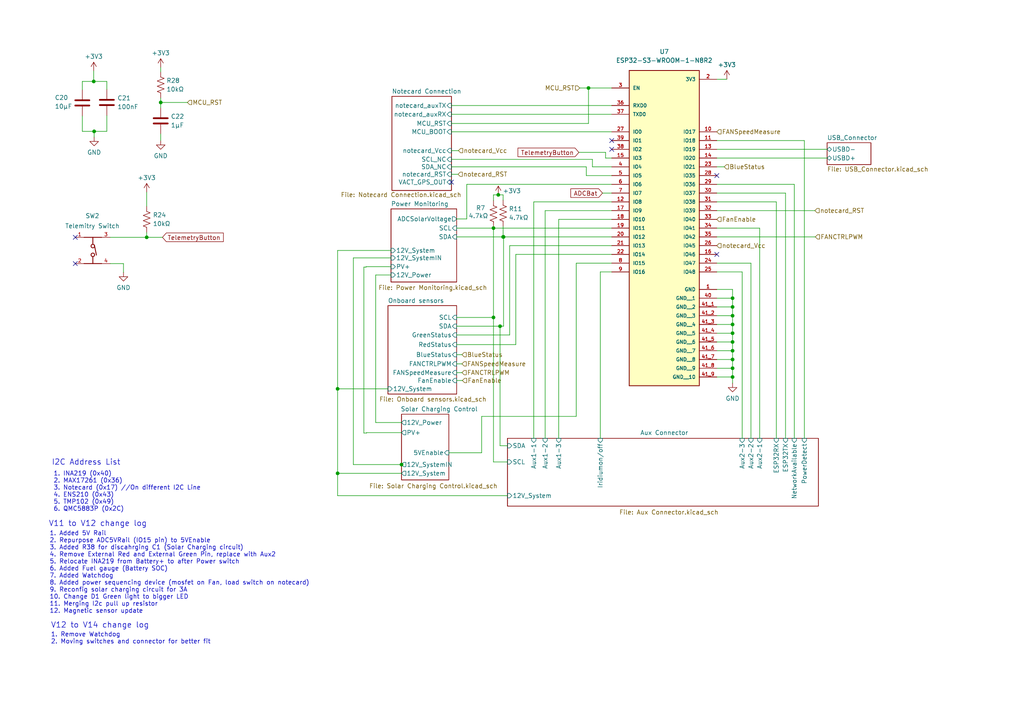
<source format=kicad_sch>
(kicad_sch (version 20230121) (generator eeschema)
  (paper "A4")
  (lib_symbols
    (symbol "430182043816:430182043816" (pin_names (offset 1.016))
      (property "Reference" "S" (at 0 5.842 0))
      (property "Value" "430182043816" (at 0 -5.08 0))
      (symbol "430182043816_0_0"
        (polyline (pts (xy 0 -2.54) (xy 0 -0.635)) (stroke (width 0.254)))
        (polyline (pts (xy 0 3.175) (xy 0 5.08)) (stroke (width 0.254)))
        (polyline (pts (xy 0.47 2.74) (xy 1.04 -0.07)) (stroke (width 0.254)))
        (polyline (pts (xy 2.54 -2.54) (xy -2.54 -2.54)) (stroke (width 0.254)))
        (polyline (pts (xy 2.54 5.08) (xy -2.54 5.08)) (stroke (width 0.254)))
        (circle (center 0 0) (radius 0.508) (stroke (width 0.254)))
        (circle (center 0 2.54) (radius 0.508) (stroke (width 0.254)))
        (pin passive line (at -5.08 5.08 0) (length 2.54) (name "~") (number "1"))
        (pin passive line (at -5.08 -2.54 0) (length 2.54) (name "~") (number "2"))
        (pin passive line (at 5.08 5.08 180) (length 2.54) (name "~") (number "3"))
        (pin passive line (at 5.08 -2.54 180) (length 2.54) (name "~") (number "4"))
      )
    )
    (symbol "Device:C" (pin_numbers hide) (pin_names (offset 0.254))
      (property "Reference" "C" (at 0.635 2.54 0))
      (property "Value" "C" (at 0.635 -2.54 0))
      (symbol "C_0_1"
        (polyline (pts (xy -2.032 -0.762) (xy 2.032 -0.762)) (stroke (width 0.508)))
        (polyline (pts (xy -2.032 0.762) (xy 2.032 0.762)) (stroke (width 0.508)))
      )
      (symbol "C_1_1"
        (pin passive line (at 0 3.81 270) (length 2.794) (name "~") (number "1"))
        (pin passive line (at 0 -3.81 90) (length 2.794) (name "~") (number "2"))
      )
    )
    (symbol "Device:R_US" (pin_numbers hide) (pin_names (offset 0))
      (property "Reference" "R" (at 2.54 0 90))
      (property "Value" "R_US" (at -2.54 0 90))
      (symbol "R_US_0_1"
        (polyline (pts (xy 0 -2.286) (xy 0 -2.54)))
        (polyline (pts (xy 0 2.286) (xy 0 2.54)))
        (polyline (pts (xy 0 -0.762) (xy 1.016 -1.143) (xy 0 -1.524) (xy -1.016 -1.905) (xy 0 -2.286)))
        (polyline (pts (xy 0 0.762) (xy 1.016 0.381) (xy 0 0) (xy -1.016 -0.381) (xy 0 -0.762)))
        (polyline (pts (xy 0 2.286) (xy 1.016 1.905) (xy 0 1.524) (xy -1.016 1.143) (xy 0 0.762)))
      )
      (symbol "R_US_1_1"
        (pin passive line (at 0 3.81 270) (length 1.27) (name "~") (number "1"))
        (pin passive line (at 0 -3.81 90) (length 1.27) (name "~") (number "2"))
      )
    )
    (symbol "ESP32-S3-WROOM-1-N8R2:ESP32-S3-WROOM-1-N8R2" (pin_names (offset 1.016))
      (property "Reference" "U" (at -10.16 34.1122 0))
      (property "Value" "ESP32-S3-WROOM-1-N8R2" (at -10.16 -60.96 0))
      (symbol "ESP32-S3-WROOM-1-N8R2_0_0"
        (rectangle (start -10.16 -58.42) (end 10.16 33.02) (stroke (width 0.254)) (fill (type background)))
        (pin power_in line (at 15.24 -30.48 180) (length 5.08) (name "GND") (number "1"))
        (pin bidirectional line (at 15.24 15.24 180) (length 5.08) (name "IO17") (number "10"))
        (pin bidirectional line (at 15.24 12.7 180) (length 5.08) (name "IO18") (number "11"))
        (pin bidirectional line (at -15.24 -5.08 0) (length 5.08) (name "IO8") (number "12"))
        (pin bidirectional line (at 15.24 10.16 180) (length 5.08) (name "IO19") (number "13"))
        (pin bidirectional line (at 15.24 7.62 180) (length 5.08) (name "IO20") (number "14"))
        (pin bidirectional line (at -15.24 7.62 0) (length 5.08) (name "IO3") (number "15"))
        (pin bidirectional line (at 15.24 -20.32 180) (length 5.08) (name "IO46") (number "16"))
        (pin bidirectional line (at -15.24 -7.62 0) (length 5.08) (name "IO9") (number "17"))
        (pin bidirectional line (at -15.24 -10.16 0) (length 5.08) (name "IO10") (number "18"))
        (pin bidirectional line (at -15.24 -12.7 0) (length 5.08) (name "IO11") (number "19"))
        (pin power_in line (at 15.24 30.48 180) (length 5.08) (name "3V3") (number "2"))
        (pin bidirectional line (at -15.24 -15.24 0) (length 5.08) (name "IO12") (number "20"))
        (pin bidirectional line (at -15.24 -17.78 0) (length 5.08) (name "IO13") (number "21"))
        (pin bidirectional line (at -15.24 -20.32 0) (length 5.08) (name "IO14") (number "22"))
        (pin bidirectional line (at 15.24 5.08 180) (length 5.08) (name "IO21") (number "23"))
        (pin bidirectional line (at 15.24 -22.86 180) (length 5.08) (name "IO47") (number "24"))
        (pin bidirectional line (at 15.24 -25.4 180) (length 5.08) (name "IO48") (number "25"))
        (pin bidirectional line (at 15.24 -17.78 180) (length 5.08) (name "IO45") (number "26"))
        (pin bidirectional line (at -15.24 15.24 0) (length 5.08) (name "IO0") (number "27"))
        (pin bidirectional line (at 15.24 2.54 180) (length 5.08) (name "IO35") (number "28"))
        (pin bidirectional line (at 15.24 0 180) (length 5.08) (name "IO36") (number "29"))
        (pin input line (at -15.24 27.94 0) (length 5.08) (name "EN") (number "3"))
        (pin bidirectional line (at 15.24 -2.54 180) (length 5.08) (name "IO37") (number "30"))
        (pin bidirectional line (at 15.24 -5.08 180) (length 5.08) (name "IO38") (number "31"))
        (pin bidirectional line (at 15.24 -7.62 180) (length 5.08) (name "IO39") (number "32"))
        (pin bidirectional line (at 15.24 -10.16 180) (length 5.08) (name "IO40") (number "33"))
        (pin bidirectional line (at 15.24 -12.7 180) (length 5.08) (name "IO41") (number "34"))
        (pin bidirectional line (at 15.24 -15.24 180) (length 5.08) (name "IO42") (number "35"))
        (pin bidirectional line (at -15.24 22.86 0) (length 5.08) (name "RXD0") (number "36"))
        (pin bidirectional line (at -15.24 20.32 0) (length 5.08) (name "TXD0") (number "37"))
        (pin bidirectional line (at -15.24 10.16 0) (length 5.08) (name "IO2") (number "38"))
        (pin bidirectional line (at -15.24 12.7 0) (length 5.08) (name "IO1") (number "39"))
        (pin bidirectional line (at -15.24 5.08 0) (length 5.08) (name "IO4") (number "4"))
        (pin power_in line (at 15.24 -33.02 180) (length 5.08) (name "GND__1") (number "40"))
        (pin power_in line (at 15.24 -35.56 180) (length 5.08) (name "GND__2") (number "41_1"))
        (pin power_in line (at 15.24 -38.1 180) (length 5.08) (name "GND__3") (number "41_2"))
        (pin power_in line (at 15.24 -40.64 180) (length 5.08) (name "GND__4") (number "41_3"))
        (pin power_in line (at 15.24 -43.18 180) (length 5.08) (name "GND__5") (number "41_4"))
        (pin power_in line (at 15.24 -45.72 180) (length 5.08) (name "GND__6") (number "41_5"))
        (pin power_in line (at 15.24 -48.26 180) (length 5.08) (name "GND__7") (number "41_6"))
        (pin power_in line (at 15.24 -50.8 180) (length 5.08) (name "GND__8") (number "41_7"))
        (pin power_in line (at 15.24 -53.34 180) (length 5.08) (name "GND__9") (number "41_8"))
        (pin power_in line (at 15.24 -55.88 180) (length 5.08) (name "GND__10") (number "41_9"))
        (pin bidirectional line (at -15.24 2.54 0) (length 5.08) (name "IO5") (number "5"))
        (pin bidirectional line (at -15.24 0 0) (length 5.08) (name "IO6") (number "6"))
        (pin bidirectional line (at -15.24 -2.54 0) (length 5.08) (name "IO7") (number "7"))
        (pin bidirectional line (at -15.24 -22.86 0) (length 5.08) (name "IO15") (number "8"))
        (pin bidirectional line (at -15.24 -25.4 0) (length 5.08) (name "IO16") (number "9"))
      )
    )
    (symbol "power:+3V3" (power) (pin_names (offset 0))
      (property "Value" "+3V3" (at 0 3.556 0))
      (symbol "+3V3_0_1"
        (polyline (pts (xy -0.762 1.27) (xy 0 2.54)))
        (polyline (pts (xy 0 0) (xy 0 2.54)))
        (polyline (pts (xy 0 2.54) (xy 0.762 1.27)))
      )
      (symbol "+3V3_1_1"
        (pin power_in line (at 0 0 90) (length 0) hide (name "+3V3") (number "1"))
      )
    )
    (symbol "power:GND" (power) (pin_names (offset 0))
      (property "Value" "GND" (at 0 -3.81 0))
      (symbol "GND_0_1"
        (polyline (pts (xy 0 0) (xy 0 -1.27) (xy 1.27 -1.27) (xy 0 -2.54) (xy -1.27 -1.27) (xy 0 -1.27)))
      )
      (symbol "GND_1_1"
        (pin power_in line (at 0 0 270) (length 0) hide (name "GND") (number "1"))
      )
    )
  )
  (junction (at 212.471 104.267))
  (junction (at 212.471 94.107))
  (junction (at 97.917 112.776))
  (junction (at 143.129 92.075))
  (junction (at 212.471 99.187))
  (junction (at 212.471 86.487))
  (junction (at 212.471 89.027))
  (junction (at 145.923 68.707))
  (junction (at 146.05 68.707))
  (junction (at 212.471 106.807))
  (junction (at 116.459 134.747))
  (junction (at 212.471 109.347))
  (junction (at 212.471 101.727))
  (junction (at 170.688 25.527))
  (junction (at 27.178 23.622))
  (junction (at 144.526 56.515))
  (junction (at 97.917 137.287))
  (junction (at 212.471 96.647))
  (junction (at 212.471 91.567))
  (junction (at 143.129 66.167))
  (junction (at 145.034 94.615))
  (junction (at 42.545 68.834))
  (junction (at 27.305 38.1))
  (junction (at 46.609 29.718))
  (no_connect (at 177.419 43.307))
  (no_connect (at 207.899 73.787))
  (no_connect (at 207.899 50.927))
  (no_connect (at 21.844 68.834))
  (no_connect (at 177.419 40.767))
  (no_connect (at 21.844 76.454))
  (no_connect (at 130.937 52.832))
  (wire (pts (xy 145.034 94.615) (xy 132.461 94.615)))
  (wire (pts (xy 207.899 48.387) (xy 210.058 48.387)))
  (wire (pts (xy 212.471 86.487) (xy 212.471 89.027)))
  (wire (pts (xy 97.917 112.776) (xy 112.522 112.776)))
  (wire (pts (xy 46.609 29.718) (xy 54.356 29.718)))
  (wire (pts (xy 130.937 33.147) (xy 177.419 33.147)))
  (wire (pts (xy 135.382 63.5) (xy 132.461 63.5)))
  (wire (pts (xy 207.899 96.647) (xy 212.471 96.647)))
  (wire (pts (xy 171.831 48.387) (xy 177.419 48.387)))
  (wire (pts (xy 145.923 68.707) (xy 146.05 68.707)))
  (wire (pts (xy 105.537 125.603) (xy 105.537 77.47)))
  (wire (pts (xy 146.05 94.615) (xy 145.034 94.615)))
  (wire (pts (xy 212.471 106.807) (xy 207.899 106.807)))
  (wire (pts (xy 135.382 53.467) (xy 135.382 63.5)))
  (wire (pts (xy 108.966 79.756) (xy 108.966 122.555)))
  (wire (pts (xy 106.299 125.476) (xy 116.459 125.476)))
  (wire (pts (xy 130.937 35.814) (xy 170.688 35.814)))
  (wire (pts (xy 162.052 127.127) (xy 162.052 63.627)))
  (wire (pts (xy 106.172 77.343) (xy 113.411 77.343)))
  (wire (pts (xy 106.299 125.603) (xy 105.537 125.603)))
  (wire (pts (xy 167.132 120.777) (xy 139.7 120.777)))
  (wire (pts (xy 46.609 38.862) (xy 46.609 40.767)))
  (wire (pts (xy 97.917 112.776) (xy 97.917 137.287)))
  (wire (pts (xy 144.526 56.515) (xy 145.923 56.515)))
  (wire (pts (xy 143.129 66.167) (xy 177.419 66.167)))
  (wire (pts (xy 174.752 56.007) (xy 177.419 56.007)))
  (wire (pts (xy 146.05 68.707) (xy 177.419 68.707)))
  (wire (pts (xy 130.937 48.387) (xy 170.053 48.387)))
  (wire (pts (xy 97.917 72.644) (xy 113.411 72.644)))
  (wire (pts (xy 42.545 68.834) (xy 47.117 68.834)))
  (wire (pts (xy 106.299 125.603) (xy 106.299 125.476)))
  (wire (pts (xy 132.461 110.363) (xy 134.112 110.363)))
  (wire (pts (xy 154.813 58.547) (xy 154.813 127.127)))
  (wire (pts (xy 233.299 40.767) (xy 233.299 127.127)))
  (wire (pts (xy 177.419 61.087) (xy 158.115 61.087)))
  (wire (pts (xy 227.838 127.127) (xy 227.838 56.007)))
  (wire (pts (xy 132.461 99.949) (xy 149.606 99.949)))
  (wire (pts (xy 212.471 104.267) (xy 212.471 106.807)))
  (wire (pts (xy 236.347 61.087) (xy 207.899 61.087)))
  (wire (pts (xy 42.545 55.753) (xy 42.545 59.817)))
  (wire (pts (xy 32.004 76.454) (xy 35.814 76.454)))
  (wire (pts (xy 212.471 96.647) (xy 212.471 99.187)))
  (wire (pts (xy 27.178 23.622) (xy 27.178 20.574)))
  (wire (pts (xy 42.545 68.834) (xy 32.004 68.834)))
  (wire (pts (xy 171.831 46.228) (xy 171.831 48.387)))
  (wire (pts (xy 212.471 99.187) (xy 212.471 101.727)))
  (wire (pts (xy 132.461 68.707) (xy 145.923 68.707)))
  (wire (pts (xy 27.305 38.1) (xy 27.305 39.751)))
  (wire (pts (xy 102.489 134.747) (xy 102.489 74.803)))
  (wire (pts (xy 207.899 83.947) (xy 212.471 83.947)))
  (wire (pts (xy 23.876 23.622) (xy 27.178 23.622)))
  (wire (pts (xy 177.419 58.547) (xy 154.813 58.547)))
  (wire (pts (xy 23.876 38.1) (xy 27.305 38.1)))
  (wire (pts (xy 236.474 68.707) (xy 207.899 68.707)))
  (wire (pts (xy 168.148 25.527) (xy 170.688 25.527)))
  (wire (pts (xy 149.606 73.787) (xy 177.419 73.787)))
  (wire (pts (xy 105.537 77.47) (xy 106.172 77.47)))
  (wire (pts (xy 207.899 101.727) (xy 212.471 101.727)))
  (wire (pts (xy 132.461 97.155) (xy 147.828 97.155)))
  (wire (pts (xy 116.459 134.747) (xy 102.489 134.747)))
  (wire (pts (xy 144.526 56.515) (xy 143.129 56.515)))
  (wire (pts (xy 170.053 50.927) (xy 177.419 50.927)))
  (wire (pts (xy 146.05 68.707) (xy 146.05 94.615)))
  (wire (pts (xy 145.034 129.286) (xy 147.193 129.286)))
  (wire (pts (xy 207.899 86.487) (xy 212.471 86.487)))
  (wire (pts (xy 97.917 137.287) (xy 116.459 137.287)))
  (wire (pts (xy 177.419 71.247) (xy 147.828 71.247)))
  (wire (pts (xy 116.586 134.747) (xy 116.459 134.747)))
  (wire (pts (xy 35.814 76.454) (xy 35.814 78.994)))
  (wire (pts (xy 215.265 78.867) (xy 207.899 78.867)))
  (wire (pts (xy 207.899 89.027) (xy 212.471 89.027)))
  (wire (pts (xy 207.899 58.547) (xy 225.171 58.547)))
  (wire (pts (xy 143.129 92.075) (xy 143.129 133.985)))
  (wire (pts (xy 23.876 33.655) (xy 23.876 38.1)))
  (wire (pts (xy 175.641 45.847) (xy 177.419 45.847)))
  (wire (pts (xy 225.171 58.547) (xy 225.171 127.127)))
  (wire (pts (xy 230.378 53.467) (xy 230.378 127.127)))
  (wire (pts (xy 158.115 61.087) (xy 158.115 127.127)))
  (wire (pts (xy 217.805 127.127) (xy 217.805 76.327)))
  (wire (pts (xy 207.899 66.167) (xy 220.345 66.167)))
  (wire (pts (xy 212.471 83.947) (xy 212.471 86.487)))
  (wire (pts (xy 167.894 44.196) (xy 175.641 44.196)))
  (wire (pts (xy 23.876 26.035) (xy 23.876 23.622)))
  (wire (pts (xy 212.471 91.567) (xy 212.471 94.107)))
  (wire (pts (xy 139.7 120.777) (xy 139.7 131.318)))
  (wire (pts (xy 130.937 43.688) (xy 132.969 43.688)))
  (wire (pts (xy 175.641 44.196) (xy 175.641 45.847)))
  (wire (pts (xy 207.899 40.767) (xy 233.299 40.767)))
  (wire (pts (xy 212.471 109.347) (xy 212.471 106.807)))
  (wire (pts (xy 30.988 23.622) (xy 30.988 25.908)))
  (wire (pts (xy 207.899 104.267) (xy 212.471 104.267)))
  (wire (pts (xy 145.923 56.515) (xy 145.923 58.039)))
  (wire (pts (xy 46.609 29.718) (xy 46.609 31.242)))
  (wire (pts (xy 207.899 43.307) (xy 239.903 43.307)))
  (wire (pts (xy 149.606 99.949) (xy 149.606 73.787)))
  (wire (pts (xy 97.917 72.644) (xy 97.917 112.776)))
  (wire (pts (xy 108.966 122.555) (xy 116.459 122.555)))
  (wire (pts (xy 170.053 48.387) (xy 170.053 50.927)))
  (wire (pts (xy 207.899 109.347) (xy 212.471 109.347)))
  (wire (pts (xy 212.471 89.027) (xy 212.471 91.567)))
  (wire (pts (xy 97.917 143.764) (xy 147.193 143.764)))
  (wire (pts (xy 135.382 53.467) (xy 177.419 53.467)))
  (wire (pts (xy 143.129 66.167) (xy 132.461 66.167)))
  (wire (pts (xy 27.178 23.622) (xy 30.988 23.622)))
  (wire (pts (xy 143.129 65.786) (xy 143.129 66.167)))
  (wire (pts (xy 132.461 102.87) (xy 133.985 102.87)))
  (wire (pts (xy 143.129 56.515) (xy 143.129 58.166)))
  (wire (pts (xy 170.688 25.527) (xy 170.688 35.814)))
  (wire (pts (xy 212.471 94.107) (xy 212.471 96.647)))
  (wire (pts (xy 130.937 50.546) (xy 132.842 50.546)))
  (wire (pts (xy 130.937 46.228) (xy 171.831 46.228)))
  (wire (pts (xy 177.419 76.327) (xy 167.132 76.327)))
  (wire (pts (xy 147.828 71.247) (xy 147.828 97.155)))
  (wire (pts (xy 46.609 19.558) (xy 46.609 20.828)))
  (wire (pts (xy 207.899 91.567) (xy 212.471 91.567)))
  (wire (pts (xy 212.471 101.727) (xy 212.471 104.267)))
  (wire (pts (xy 227.838 56.007) (xy 207.899 56.007)))
  (wire (pts (xy 207.899 45.847) (xy 239.903 45.847)))
  (wire (pts (xy 113.411 79.756) (xy 108.966 79.756)))
  (wire (pts (xy 145.034 94.615) (xy 145.034 129.286)))
  (wire (pts (xy 132.461 105.537) (xy 133.985 105.537)))
  (wire (pts (xy 106.172 77.47) (xy 106.172 77.343)))
  (wire (pts (xy 207.899 53.467) (xy 230.378 53.467)))
  (wire (pts (xy 97.917 137.287) (xy 97.917 143.764)))
  (wire (pts (xy 220.345 66.167) (xy 220.345 127.127)))
  (wire (pts (xy 102.489 74.803) (xy 113.411 74.803)))
  (wire (pts (xy 46.609 28.448) (xy 46.609 29.718)))
  (wire (pts (xy 145.923 65.659) (xy 145.923 68.707)))
  (wire (pts (xy 132.461 108.077) (xy 133.985 108.077)))
  (wire (pts (xy 42.545 67.437) (xy 42.545 68.834)))
  (wire (pts (xy 170.688 25.527) (xy 177.419 25.527)))
  (wire (pts (xy 130.937 38.227) (xy 177.419 38.227)))
  (wire (pts (xy 30.988 38.1) (xy 30.988 33.528)))
  (wire (pts (xy 207.899 94.107) (xy 212.471 94.107)))
  (wire (pts (xy 215.265 78.867) (xy 215.265 127.127)))
  (wire (pts (xy 207.899 22.987) (xy 210.82 22.987)))
  (wire (pts (xy 174.117 78.867) (xy 174.117 127.127)))
  (wire (pts (xy 167.132 76.327) (xy 167.132 120.777)))
  (wire (pts (xy 217.805 76.327) (xy 207.899 76.327)))
  (wire (pts (xy 130.937 30.607) (xy 177.419 30.607)))
  (wire (pts (xy 177.419 78.867) (xy 174.117 78.867)))
  (wire (pts (xy 207.899 99.187) (xy 212.471 99.187)))
  (wire (pts (xy 143.129 133.985) (xy 147.193 133.985)))
  (wire (pts (xy 212.471 109.347) (xy 212.471 111.125)))
  (wire (pts (xy 139.7 131.318) (xy 130.175 131.318)))
  (wire (pts (xy 162.052 63.627) (xy 177.419 63.627)))
  (wire (pts (xy 132.461 92.075) (xy 143.129 92.075)))
  (wire (pts (xy 143.129 66.167) (xy 143.129 92.075)))
  (wire (pts (xy 27.305 38.1) (xy 30.988 38.1)))
  (text "1. INA219 (0x40)\n2. MAX17261 (0x36)\n3. Notecard (0x17) //On different I2C Line\n4. ENS210 (0x43)\n5. TMP102 (0x49)\n6. QMC5883P (0x2C)\n" (at 15.494 148.463 0) (effects (font (size 1.27 1.27)) (justify left bottom)))
  (text "1. Added 5V Rail\n2. Repurpose ADC5VRail (IO15 pin) to 5VEnable \n3. Added R38 for discahrging C1 (Solar Charging circuit)\n4. Remove External Red and External Green Pin, replace with Aux2\n5. Relocate INA219 from Battery+ to after Power switch\n6. Added Fuel gauge (Battery SOC)\n7. Added Watchdog\n8. Added power sequencing device (mosfet on Fan, load switch on notecard)\n9. Reconfig solar charging circuit for 3A\n10. Change D1 Green light to bigger LED\n11. Merging I2c pull up resistor\n12. Magnetic sensor update\n" (at 14.351 178.054 0) (effects (font (size 1.27 1.27)) (justify left bottom)))
  (text "V11 to V12 change log" (at 14.097 152.908 0) (effects (font (size 1.6 1.6)) (justify left bottom)))
  (text "V12 to V14 change log" (at 14.732 182.372 0) (effects (font (size 1.6 1.6)) (justify left bottom)))
  (text "I2C Address List" (at 14.986 135.128 0) (effects (font (size 1.6 1.6)) (justify left bottom)))
  (text "1. Remove Watchdog\n2. Moving switches and connector for better fit" (at 14.732 186.944 0) (effects (font (size 1.27 1.27)) (justify left bottom)))
  (global_label "ADCBat" (shape input) (at 174.752 56.007 180) (property "Intersheetrefs" "${INTERSHEET_REFS}" (effects hide)))
  (global_label "TelemetryButton" (shape input) (at 167.894 44.196 180) (property "Intersheetrefs" "${INTERSHEET_REFS}" (effects hide)))
  (global_label "TelemetryButton" (shape input) (at 47.117 68.834 0) (property "Intersheetrefs" "${INTERSHEET_REFS}" (effects hide)))
  (hierarchical_label "FANCTRLPWM" (shape input) (at 236.474 68.707 0))
  (hierarchical_label "notecard_RST" (shape input) (at 132.842 50.546 0))
  (hierarchical_label "MCU_RST" (shape input) (at 54.356 29.718 0))
  (hierarchical_label "notecard_Vcc" (shape input) (at 132.969 43.688 0))
  (hierarchical_label "FANSpeedMeasure" (shape input) (at 133.985 105.537 0))
  (hierarchical_label "BlueStatus" (shape input) (at 210.058 48.387 0))
  (hierarchical_label "BlueStatus" (shape input) (at 133.985 102.87 0))
  (hierarchical_label "notecard_Vcc" (shape input) (at 207.899 71.247 0))
  (hierarchical_label "FANCTRLPWM" (shape input) (at 133.985 108.077 0))
  (hierarchical_label "notecard_RST" (shape input) (at 236.347 61.087 0))
  (hierarchical_label "FanEnable" (shape input) (at 134.112 110.363 0))
  (hierarchical_label "FANSpeedMeasure" (shape input) (at 207.899 38.227 0))
  (hierarchical_label "MCU_RST" (shape input) (at 168.148 25.527 180))
  (hierarchical_label "FanEnable" (shape input) (at 207.899 63.627 0))
  (symbol (lib_id "ESP32-S3-WROOM-1-N8R2:ESP32-S3-WROOM-1-N8R2") (at 192.659 53.467 0) (unit 1)
    (property "Reference" "U7" (at 192.659 14.986 0))
    (property "Value" "ESP32-S3-WROOM-1-N8R2" (at 192.659 17.526 0))
    (property "Footprint" "ESP32_S3_WROOM_1_N8R2(1):XCVR_ESP32-S3-WROOM-1-N8R2" (effects hide))
    (property "Datasheet" "https://www.espressif.com/sites/default/files/documentation/esp32-s3-wroom-1_wroom-1u_datasheet_en.pdf" (effects hide))
    (property "Manufacturer" "Espressif" (effects hide))
    (property "MFG Part#" "ESP32-S3-WROOM-1-N8R2" (effects hide))
    (property "Description" "RF TXRX MODULE WIFI PCB TRACE" (effects hide))
    (property "LCSC" "C2913204" (effects hide))
  )
  (symbol (lib_id "power:+3V3") (at 210.82 22.987 0) (unit 1)
    (property "Reference" "#PWR065" (effects hide))
    (property "Value" "+3V3" (at 210.82 18.796 0))
  )
  (symbol (lib_id "power:+3V3") (at 46.609 19.558 0) (unit 1)
    (property "Reference" "#PWR055" (effects hide))
    (property "Value" "+3V3" (at 46.609 15.367 0))
  )
  (symbol (lib_id "Device:R_US") (at 143.129 61.976 0) (unit 1)
    (property "Reference" "R7" (at 138.049 60.325 0) (effects (justify left)))
    (property "Value" "4.7kΩ" (at 135.89 62.611 0) (effects (justify left)))
    (property "Footprint" "Resistor_SMD:R_0805_2012Metric" (effects hide))
    (property "Manufacturer" "YAGEO" (effects hide))
    (property "MFG Part#" "RC0805FR-074K7L" (effects hide))
    (property "Description" "125mW Thick Film Resistor 150V ±100ppm/℃ ±1% 4.7kΩ 0805 Chip Resistor - Surface Mount ROHS" (effects hide))
    (property "Package" "0805" (effects hide))
    (property "LCSC" "C60816" (effects hide))
  )
  (symbol (lib_id "power:GND") (at 212.471 111.125 0) (unit 1)
    (property "Reference" "#PWR064" (effects hide))
    (property "Value" "GND" (at 212.471 115.57 0))
  )
  (symbol (lib_id "power:+3V3") (at 144.526 56.515 0) (unit 1)
    (property "Reference" "#PWR048" (effects hide))
    (property "Value" "+3V3" (at 148.463 55.372 0))
  )
  (symbol (lib_id "Device:R_US") (at 145.923 61.849 0) (unit 1)
    (property "Reference" "R11" (at 147.574 60.579 0) (effects (justify left)))
    (property "Value" "4.7kΩ" (at 147.574 63.119 0) (effects (justify left)))
    (property "Footprint" "Resistor_SMD:R_0805_2012Metric" (effects hide))
    (property "Manufacturer" "YAGEO" (effects hide))
    (property "MFG Part#" "RC0805FR-074K7L" (effects hide))
    (property "Description" "125mW Thick Film Resistor 150V ±100ppm/℃ ±1% 4.7kΩ 0805 Chip Resistor - Surface Mount ROHS" (effects hide))
    (property "Package" "0805" (effects hide))
    (property "LCSC" "C60816" (effects hide))
  )
  (symbol (lib_id "power:GND") (at 46.609 40.767 0) (unit 1)
    (property "Reference" "#PWR056" (effects hide))
    (property "Value" "GND" (at 46.609 45.212 0))
  )
  (symbol (lib_id "Device:C") (at 46.609 35.052 0) (unit 1)
    (property "Reference" "C22" (at 49.53 33.782 0) (effects (justify left)))
    (property "Value" "1µF" (at 49.53 36.322 0) (effects (justify left)))
    (property "Footprint" "Capacitor_SMD:C_0603_1608Metric" (effects hide))
    (property "Manufacturer" "Samsung Electro-Mechanics" (effects hide))
    (property "MFG Part#" "CL10A105KA8NNNC" (effects hide))
    (property "Description" "25V 1uF X5R ±10% 0603 Multilayer Ceramic Capacitors MLCC - SMD/SMT ROHS" (effects hide))
    (property "Package" "0603" (effects hide))
    (property "LCSC" "C5673" (effects hide))
  )
  (symbol (lib_id "Device:R_US") (at 46.609 24.638 0) (unit 1)
    (property "Reference" "R28" (at 48.26 23.368 0) (effects (justify left)))
    (property "Value" "10kΩ" (at 48.26 25.908 0) (effects (justify left)))
    (property "Footprint" "Resistor_SMD:R_0603_1608Metric" (effects hide))
    (property "Manufacturer" "UNI-ROYAL" (effects hide))
    (property "MFG Part#" "0603WAF1002T5E" (effects hide))
    (property "Description" "100mW Thick Film Resistor 75V ±100ppm/℃ ±1% 10kΩ 0603 Chip Resistor - Surface Mount ROHS" (effects hide))
    (property "Package" "0603" (effects hide))
    (property "LCSC" "C25804" (effects hide))
  )
  (symbol (lib_id "Device:C") (at 30.988 29.718 0) (unit 1)
    (property "Reference" "C21" (at 34.036 28.448 0) (effects (justify left)))
    (property "Value" "100nF" (at 34.036 30.988 0) (effects (justify left)))
    (property "Footprint" "Capacitor_SMD:C_0603_1608Metric" (effects hide))
    (property "Manufacturer" "YAGEO" (effects hide))
    (property "MFG Part#" "CC0603KRX7R9BB104" (effects hide))
    (property "Description" "50V 100nF X7R ±10% 0603 Multilayer Ceramic Capacitors MLCC - SMD/SMT ROHS" (effects hide))
    (property "Package" "0603" (effects hide))
    (property "LCSC" "C14663" (effects hide))
  )
  (symbol (lib_id "Device:R_US") (at 42.545 63.627 0) (unit 1)
    (property "Reference" "R24" (at 44.323 62.357 0) (effects (justify left)))
    (property "Value" "10kΩ" (at 44.323 64.897 0) (effects (justify left)))
    (property "Footprint" "Resistor_SMD:R_0603_1608Metric" (effects hide))
    (property "Manufacturer" "UNI-ROYAL" (effects hide))
    (property "MFG Part#" "0603WAF1002T5E" (effects hide))
    (property "Description" "100mW Thick Film Resistor 75V ±100ppm/℃ ±1% 10kΩ 0603 Chip Resistor - Surface Mount ROHS" (effects hide))
    (property "Package" "0603" (effects hide))
    (property "LCSC" "C25804" (effects hide))
  )
  (symbol (lib_id "power:GND") (at 35.814 78.994 0) (unit 1)
    (property "Reference" "#PWR058" (effects hide))
    (property "Value" "GND" (at 35.814 83.439 0))
  )
  (symbol (lib_id "power:+3V3") (at 27.178 20.574 0) (unit 1)
    (property "Reference" "#PWR053" (effects hide))
    (property "Value" "+3V3" (at 27.178 16.383 0))
  )
  (symbol (lib_id "430182043816:430182043816") (at 26.924 73.914 0) (unit 1)
    (property "Reference" "SW2" (at 26.797 62.611 0))
    (property "Value" "Telemitry Switch" (at 26.797 65.532 0))
    (property "Footprint" "430182043816:430182043816" (effects hide))
    (property "Datasheet" "https://lcsc.com/datasheet/lcsc_datasheet_2412090959_Diptronics-DTSL-61N-V-T-R_C495902.pdf" (effects hide))
    (property "Manufacturer" "Diptronics" (effects hide))
    (property "MFG Part#" "DTSL-61N-V-T/R" (effects hide))
    (property "Description" "6.4mm 2.5mm Round Button 50mA Surface Mount,Vertical 6.2mm SPST 12V SMD,6.2x6.4mm Tactile Switches ROHS" (effects hide))
    (property "Package" "SMD,6.2x6.4mm" (effects hide))
    (property "LCSC" "C495902" (effects hide))
  )
  (symbol (lib_id "power:+3V3") (at 42.545 55.753 0) (unit 1)
    (property "Reference" "#PWR057" (effects hide))
    (property "Value" "+3V3" (at 42.545 51.562 0))
  )
  (symbol (lib_id "Device:C") (at 23.876 29.845 0) (unit 1)
    (property "Reference" "C20" (at 15.875 28.321 0) (effects (justify left)))
    (property "Value" "10µF" (at 15.875 30.861 0) (effects (justify left)))
    (property "Footprint" "Capacitor_SMD:C_0805_2012Metric" (effects hide))
    (property "Manufacturer" "Samsung Electro-Mechanics" (effects hide))
    (property "MFG Part#" "CL21A106KBYQNNE" (effects hide))
    (property "Description" "50V 10uF X5R ±10% 0805 Multilayer Ceramic Capacitors MLCC - SMD/SMT ROHS" (effects hide))
    (property "Package" "0805" (effects hide))
    (property "LCSC" "C2932476" (effects hide))
  )
  (symbol (lib_id "power:GND") (at 27.305 39.751 0) (unit 1)
    (property "Reference" "#PWR054" (effects hide))
    (property "Value" "GND" (at 27.305 44.196 0))
  )
  (sheet (at 239.903 41.402) (size 12.7 6.35) (stroke (width 0.1524))
    (property "Sheetname" "USB_Connector" (at 239.903 40.6904 0) (effects (justify left bottom)))
    (property "Sheetfile" "USB_Connector.kicad_sch" (at 239.903 48.3366 0) (effects (justify left top)))
    (pin "USBD+" bidirectional (at 239.903 45.847 180))
    (pin "USBD-" bidirectional (at 239.903 43.307 180))
  )
  (sheet (at 113.665 27.94) (size 17.272 27.305) (stroke (width 0.1524))
    (property "Sheetname" "Notecard Connection" (at 113.665 27.2284 0) (effects (justify left bottom)))
    (property "Sheetfile" "Notecard Connection.kicad_sch" (at 98.806 55.753 0) (effects (justify left top)))
    (pin "SCL_NC" input (at 130.937 46.228 0))
    (pin "VACT_GPS_OUT" input (at 130.937 52.832 0))
    (pin "SDA_NC" input (at 130.937 48.387 0))
    (pin "notecard_RST" input (at 130.937 50.546 0))
    (pin "MCU_RST" input (at 130.937 35.814 0))
    (pin "MCU_BOOT" input (at 130.937 38.227 0))
    (pin "notecard_auxRX" input (at 130.937 33.147 0))
    (pin "notecard_auxTX" input (at 130.937 30.607 0))
    (pin "notecard_Vcc" input (at 130.937 43.688 0))
  )
  (sheet (at 112.522 88.646) (size 19.939 25.654) (stroke (width 0.1524))
    (property "Sheetname" "Onboard sensors" (at 112.522 87.9344 0) (effects (justify left bottom)))
    (property "Sheetfile" "Onboard sensors.kicad_sch" (at 109.982 115.062 0) (effects (justify left top)))
    (pin "BlueStatus" input (at 132.461 102.87 0))
    (pin "RedStatus" input (at 132.461 99.949 0))
    (pin "GreenStatus" input (at 132.461 97.155 0))
    (pin "SDA" input (at 132.461 94.615 0))
    (pin "SCL" input (at 132.461 92.075 0))
    (pin "FANCTRLPWM" input (at 132.461 105.537 0))
    (pin "FANSpeedMeasure" input (at 132.461 108.077 0))
    (pin "FanEnable" input (at 132.461 110.363 0))
    (pin "12V_System" input (at 112.522 112.776 180))
  )
  (sheet (at 116.459 120.142) (size 13.716 19.05) (stroke (width 0.1524))
    (property "Sheetname" "Solar Charging Control" (at 116.205 119.38 0) (effects (justify left bottom)))
    (property "Sheetfile" "Solar Charging Control.kicad_sch" (at 107.061 140.208 0) (effects (justify left top)))
    (pin "12V_Power" output (at 116.459 122.555 180))
    (pin "PV+" output (at 116.459 125.476 180))
    (pin "12V_System" output (at 116.459 137.287 180))
    (pin "5VEnable" input (at 130.175 131.318 0))
    (pin "12V_SystemIN" output (at 116.459 134.747 180))
  )
  (sheet (at 113.411 60.579) (size 19.05 21.209) (stroke (width 0.1524))
    (property "Sheetname" "Power Monitoring" (at 113.411 59.8674 0) (effects (justify left bottom)))
    (property "Sheetfile" "Power Monitoring.kicad_sch" (at 109.728 82.677 0) (effects (justify left top)))
    (pin "PV+" input (at 113.411 77.343 180))
    (pin "12V_Power" input (at 113.411 79.756 180))
    (pin "ADCSolarVoltage" output (at 132.461 63.5 0))
    (pin "SCL" input (at 132.461 66.167 0))
    (pin "SDA" input (at 132.461 68.707 0))
    (pin "12V_System" input (at 113.411 72.644 180))
    (pin "12V_SystemIN" input (at 113.411 74.803 180))
  )
  (sheet (at 147.193 127.127) (size 90.17 19.685) (stroke (width 0.1524))
    (property "Sheetname" "Aux Connector" (at 185.674 126.238 0) (effects (justify left bottom)))
    (property "Sheetfile" "Aux Connector.kicad_sch" (at 179.578 147.828 0) (effects (justify left top)))
    (pin "Aux1-1" input (at 154.813 127.127 90))
    (pin "Aux1-2" input (at 158.115 127.127 90))
    (pin "Aux1-3" input (at 162.052 127.127 90))
    (pin "12V_System" input (at 147.193 143.764 180))
    (pin "Iridiumon{slash}off" input (at 174.117 127.127 90))
    (pin "NetworkAvailable" input (at 230.378 127.127 90))
    (pin "PowerDetect" input (at 233.299 127.127 90))
    (pin "ESP32TX" input (at 227.838 127.127 90))
    (pin "ESP32RX" input (at 225.171 127.127 90))
    (pin "Aux2-1" input (at 220.345 127.127 90))
    (pin "Aux2-3" input (at 215.265 127.127 90))
    (pin "Aux2-2" input (at 217.805 127.127 90))
    (pin "SDA" input (at 147.193 129.286 180))
    (pin "SCL" input (at 147.193 133.985 180))
  )
)
</source>
